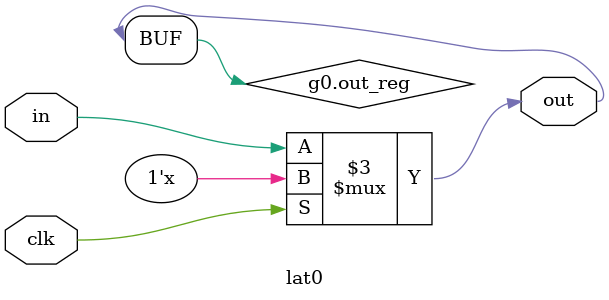
<source format=v>
module lat0 #(parameter DW = 1            // data width
		 ) 
   ( input 	     clk, // clk, latch when clk=0
     input [DW-1:0]  in, // input data
     output [DW-1:0] out  // output data (stable/latched when clk=1)
     );
   
   generate
	begin : g0
	   reg [DW-1:0] out_reg;	   
	   always @ (clk or in)
	     if (!clk)
	       out_reg[DW-1:0] <= in[DW-1:0];
	   assign out[DW-1:0] = out_reg[DW-1:0];	   
	end // else: !if(ASIC)
   endgenerate
   
endmodule // lat0
</source>
